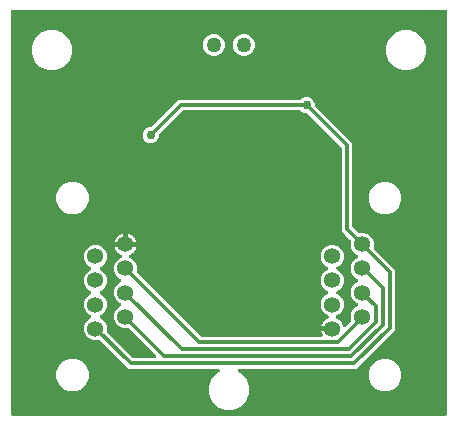
<source format=gbr>
G04 EAGLE Gerber RS-274X export*
G75*
%MOMM*%
%FSLAX34Y34*%
%LPD*%
%INBottom Copper*%
%IPPOS*%
%AMOC8*
5,1,8,0,0,1.08239X$1,22.5*%
G01*
%ADD10C,1.270000*%
%ADD11C,1.358000*%
%ADD12C,0.756400*%
%ADD13C,0.304800*%

G36*
X370502Y-46996D02*
X370502Y-46996D01*
X370528Y-46998D01*
X370675Y-46976D01*
X370822Y-46959D01*
X370847Y-46951D01*
X370873Y-46947D01*
X371011Y-46892D01*
X371150Y-46842D01*
X371172Y-46828D01*
X371197Y-46818D01*
X371318Y-46733D01*
X371443Y-46653D01*
X371461Y-46634D01*
X371483Y-46619D01*
X371582Y-46509D01*
X371685Y-46402D01*
X371699Y-46380D01*
X371716Y-46360D01*
X371788Y-46230D01*
X371864Y-46103D01*
X371872Y-46078D01*
X371885Y-46055D01*
X371925Y-45912D01*
X371970Y-45771D01*
X371972Y-45745D01*
X371980Y-45720D01*
X371999Y-45476D01*
X371999Y295476D01*
X371996Y295502D01*
X371998Y295528D01*
X371976Y295675D01*
X371959Y295822D01*
X371951Y295847D01*
X371947Y295873D01*
X371892Y296011D01*
X371842Y296150D01*
X371828Y296172D01*
X371818Y296197D01*
X371733Y296318D01*
X371653Y296443D01*
X371634Y296461D01*
X371619Y296483D01*
X371509Y296582D01*
X371402Y296685D01*
X371380Y296699D01*
X371360Y296716D01*
X371230Y296788D01*
X371103Y296864D01*
X371078Y296872D01*
X371055Y296885D01*
X370912Y296925D01*
X370771Y296970D01*
X370745Y296972D01*
X370720Y296980D01*
X370476Y296999D01*
X4524Y296999D01*
X4498Y296996D01*
X4472Y296998D01*
X4325Y296976D01*
X4178Y296959D01*
X4153Y296951D01*
X4127Y296947D01*
X3989Y296892D01*
X3850Y296842D01*
X3828Y296828D01*
X3803Y296818D01*
X3682Y296733D01*
X3557Y296653D01*
X3539Y296634D01*
X3517Y296619D01*
X3418Y296509D01*
X3315Y296402D01*
X3301Y296380D01*
X3284Y296360D01*
X3212Y296230D01*
X3136Y296103D01*
X3128Y296078D01*
X3115Y296055D01*
X3075Y295912D01*
X3030Y295771D01*
X3028Y295745D01*
X3020Y295720D01*
X3001Y295476D01*
X3001Y-45476D01*
X3004Y-45502D01*
X3002Y-45528D01*
X3024Y-45675D01*
X3041Y-45822D01*
X3049Y-45847D01*
X3053Y-45873D01*
X3108Y-46011D01*
X3158Y-46150D01*
X3172Y-46172D01*
X3182Y-46197D01*
X3267Y-46318D01*
X3347Y-46443D01*
X3366Y-46461D01*
X3381Y-46483D01*
X3491Y-46582D01*
X3598Y-46685D01*
X3620Y-46699D01*
X3640Y-46716D01*
X3770Y-46788D01*
X3897Y-46864D01*
X3922Y-46872D01*
X3945Y-46885D01*
X4088Y-46925D01*
X4229Y-46970D01*
X4255Y-46972D01*
X4280Y-46980D01*
X4524Y-46999D01*
X370476Y-46999D01*
X370502Y-46996D01*
G37*
%LPC*%
G36*
X184118Y-42001D02*
X184118Y-42001D01*
X177870Y-39413D01*
X173087Y-34630D01*
X170499Y-28382D01*
X170499Y-21618D01*
X173087Y-15370D01*
X177870Y-10587D01*
X179014Y-10113D01*
X179058Y-10089D01*
X179106Y-10072D01*
X179210Y-10005D01*
X179319Y-9944D01*
X179356Y-9910D01*
X179399Y-9883D01*
X179485Y-9794D01*
X179577Y-9710D01*
X179606Y-9669D01*
X179641Y-9632D01*
X179705Y-9525D01*
X179775Y-9423D01*
X179794Y-9376D01*
X179820Y-9333D01*
X179857Y-9215D01*
X179903Y-9099D01*
X179910Y-9049D01*
X179926Y-9001D01*
X179936Y-8878D01*
X179954Y-8754D01*
X179950Y-8704D01*
X179954Y-8654D01*
X179935Y-8531D01*
X179925Y-8407D01*
X179910Y-8359D01*
X179902Y-8309D01*
X179856Y-8194D01*
X179818Y-8075D01*
X179792Y-8032D01*
X179773Y-7985D01*
X179702Y-7883D01*
X179638Y-7777D01*
X179603Y-7741D01*
X179574Y-7699D01*
X179482Y-7616D01*
X179395Y-7527D01*
X179353Y-7499D01*
X179316Y-7466D01*
X179207Y-7406D01*
X179102Y-7338D01*
X179055Y-7322D01*
X179011Y-7297D01*
X178891Y-7263D01*
X178774Y-7222D01*
X178724Y-7216D01*
X178675Y-7202D01*
X178431Y-7183D01*
X102733Y-7183D01*
X78677Y16874D01*
X78617Y16921D01*
X78564Y16976D01*
X78481Y17029D01*
X78404Y17090D01*
X78335Y17123D01*
X78271Y17164D01*
X78178Y17197D01*
X78089Y17239D01*
X78014Y17255D01*
X77942Y17281D01*
X77844Y17292D01*
X77748Y17312D01*
X77672Y17311D01*
X77596Y17320D01*
X77498Y17308D01*
X77400Y17306D01*
X77326Y17288D01*
X77250Y17279D01*
X77108Y17233D01*
X77062Y17221D01*
X77045Y17213D01*
X77017Y17204D01*
X76548Y17009D01*
X72652Y17009D01*
X69054Y18500D01*
X66300Y21254D01*
X64809Y24852D01*
X64809Y28748D01*
X66300Y32346D01*
X69054Y35100D01*
X70243Y35593D01*
X70331Y35642D01*
X70423Y35682D01*
X70483Y35726D01*
X70548Y35762D01*
X70622Y35830D01*
X70703Y35889D01*
X70751Y35946D01*
X70806Y35996D01*
X70863Y36079D01*
X70928Y36155D01*
X70962Y36222D01*
X71004Y36283D01*
X71041Y36376D01*
X71087Y36466D01*
X71105Y36538D01*
X71132Y36607D01*
X71146Y36706D01*
X71171Y36804D01*
X71172Y36878D01*
X71183Y36952D01*
X71174Y37052D01*
X71176Y37152D01*
X71160Y37225D01*
X71154Y37299D01*
X71123Y37395D01*
X71101Y37493D01*
X71069Y37560D01*
X71047Y37631D01*
X70995Y37717D01*
X70952Y37808D01*
X70905Y37866D01*
X70867Y37929D01*
X70797Y38001D01*
X70734Y38080D01*
X70676Y38126D01*
X70624Y38179D01*
X70540Y38234D01*
X70461Y38296D01*
X70371Y38342D01*
X70331Y38368D01*
X70297Y38380D01*
X70243Y38407D01*
X69054Y38900D01*
X66300Y41654D01*
X64809Y45252D01*
X64809Y49148D01*
X66300Y52746D01*
X69054Y55500D01*
X70243Y55993D01*
X70331Y56042D01*
X70423Y56082D01*
X70483Y56126D01*
X70548Y56162D01*
X70622Y56230D01*
X70703Y56289D01*
X70751Y56346D01*
X70806Y56396D01*
X70863Y56479D01*
X70928Y56555D01*
X70962Y56622D01*
X71004Y56683D01*
X71041Y56776D01*
X71087Y56866D01*
X71105Y56938D01*
X71132Y57007D01*
X71146Y57106D01*
X71171Y57204D01*
X71172Y57278D01*
X71183Y57352D01*
X71174Y57452D01*
X71176Y57552D01*
X71160Y57625D01*
X71154Y57699D01*
X71123Y57795D01*
X71101Y57893D01*
X71069Y57960D01*
X71047Y58031D01*
X70995Y58117D01*
X70952Y58208D01*
X70905Y58266D01*
X70867Y58329D01*
X70797Y58401D01*
X70734Y58480D01*
X70676Y58526D01*
X70624Y58579D01*
X70540Y58634D01*
X70461Y58696D01*
X70371Y58742D01*
X70331Y58768D01*
X70297Y58780D01*
X70243Y58807D01*
X69054Y59300D01*
X66300Y62054D01*
X64809Y65652D01*
X64809Y69548D01*
X66300Y73146D01*
X69054Y75900D01*
X70243Y76393D01*
X70331Y76442D01*
X70423Y76482D01*
X70483Y76526D01*
X70548Y76562D01*
X70622Y76630D01*
X70703Y76689D01*
X70751Y76746D01*
X70806Y76796D01*
X70863Y76879D01*
X70928Y76955D01*
X70962Y77022D01*
X71004Y77083D01*
X71041Y77176D01*
X71087Y77266D01*
X71105Y77338D01*
X71132Y77407D01*
X71146Y77506D01*
X71171Y77604D01*
X71172Y77678D01*
X71183Y77752D01*
X71174Y77852D01*
X71176Y77952D01*
X71160Y78025D01*
X71154Y78099D01*
X71123Y78195D01*
X71101Y78293D01*
X71069Y78360D01*
X71047Y78431D01*
X70995Y78517D01*
X70952Y78608D01*
X70905Y78666D01*
X70867Y78729D01*
X70797Y78801D01*
X70734Y78880D01*
X70676Y78926D01*
X70624Y78979D01*
X70540Y79034D01*
X70461Y79096D01*
X70371Y79142D01*
X70331Y79168D01*
X70297Y79180D01*
X70243Y79207D01*
X69054Y79700D01*
X66300Y82454D01*
X64809Y86052D01*
X64809Y89948D01*
X66300Y93546D01*
X69054Y96300D01*
X72652Y97791D01*
X76548Y97791D01*
X80146Y96300D01*
X82900Y93546D01*
X84391Y89948D01*
X84391Y86052D01*
X82900Y82454D01*
X80146Y79700D01*
X78957Y79207D01*
X78869Y79159D01*
X78777Y79119D01*
X78717Y79074D01*
X78652Y79038D01*
X78578Y78971D01*
X78497Y78911D01*
X78449Y78854D01*
X78394Y78804D01*
X78337Y78721D01*
X78272Y78645D01*
X78238Y78578D01*
X78196Y78517D01*
X78159Y78424D01*
X78113Y78334D01*
X78096Y78262D01*
X78068Y78193D01*
X78054Y78094D01*
X78029Y77996D01*
X78028Y77922D01*
X78017Y77848D01*
X78026Y77748D01*
X78024Y77648D01*
X78040Y77575D01*
X78046Y77501D01*
X78077Y77405D01*
X78099Y77307D01*
X78131Y77240D01*
X78153Y77169D01*
X78205Y77083D01*
X78248Y76992D01*
X78295Y76934D01*
X78333Y76871D01*
X78403Y76799D01*
X78466Y76720D01*
X78524Y76674D01*
X78576Y76621D01*
X78660Y76566D01*
X78739Y76504D01*
X78829Y76458D01*
X78869Y76432D01*
X78903Y76420D01*
X78957Y76393D01*
X80146Y75900D01*
X82900Y73146D01*
X84391Y69548D01*
X84391Y65652D01*
X82900Y62054D01*
X80146Y59300D01*
X78957Y58807D01*
X78869Y58759D01*
X78777Y58719D01*
X78717Y58674D01*
X78652Y58638D01*
X78578Y58571D01*
X78497Y58511D01*
X78449Y58454D01*
X78394Y58404D01*
X78337Y58321D01*
X78272Y58245D01*
X78238Y58178D01*
X78196Y58117D01*
X78159Y58024D01*
X78113Y57934D01*
X78096Y57862D01*
X78068Y57793D01*
X78054Y57694D01*
X78029Y57596D01*
X78028Y57522D01*
X78017Y57448D01*
X78026Y57348D01*
X78024Y57248D01*
X78040Y57175D01*
X78046Y57101D01*
X78077Y57005D01*
X78099Y56907D01*
X78131Y56840D01*
X78153Y56769D01*
X78205Y56683D01*
X78248Y56592D01*
X78295Y56534D01*
X78333Y56471D01*
X78403Y56399D01*
X78466Y56320D01*
X78524Y56274D01*
X78576Y56221D01*
X78660Y56166D01*
X78739Y56104D01*
X78829Y56058D01*
X78869Y56032D01*
X78903Y56020D01*
X78957Y55993D01*
X80146Y55500D01*
X82900Y52746D01*
X84391Y49148D01*
X84391Y45252D01*
X82900Y41654D01*
X80146Y38900D01*
X78957Y38407D01*
X78869Y38359D01*
X78777Y38319D01*
X78717Y38274D01*
X78652Y38238D01*
X78578Y38171D01*
X78497Y38111D01*
X78449Y38054D01*
X78394Y38004D01*
X78337Y37921D01*
X78272Y37845D01*
X78238Y37778D01*
X78196Y37717D01*
X78159Y37624D01*
X78113Y37534D01*
X78096Y37462D01*
X78068Y37393D01*
X78054Y37294D01*
X78029Y37196D01*
X78028Y37122D01*
X78017Y37048D01*
X78026Y36948D01*
X78024Y36848D01*
X78040Y36775D01*
X78046Y36701D01*
X78077Y36605D01*
X78099Y36507D01*
X78131Y36440D01*
X78153Y36369D01*
X78205Y36283D01*
X78248Y36192D01*
X78295Y36134D01*
X78333Y36071D01*
X78403Y35999D01*
X78466Y35920D01*
X78524Y35874D01*
X78576Y35821D01*
X78660Y35766D01*
X78739Y35704D01*
X78829Y35658D01*
X78869Y35632D01*
X78903Y35620D01*
X78957Y35593D01*
X80146Y35100D01*
X82900Y32346D01*
X84391Y28748D01*
X84391Y24589D01*
X84394Y24565D01*
X84392Y24541D01*
X84406Y24445D01*
X84412Y24337D01*
X84425Y24290D01*
X84431Y24242D01*
X84441Y24214D01*
X84443Y24197D01*
X84475Y24116D01*
X84508Y24002D01*
X84532Y23960D01*
X84548Y23914D01*
X84567Y23885D01*
X84572Y23873D01*
X84613Y23814D01*
X84617Y23808D01*
X84678Y23698D01*
X84718Y23652D01*
X84737Y23622D01*
X84766Y23593D01*
X84771Y23587D01*
X84780Y23579D01*
X84837Y23512D01*
X106036Y2313D01*
X106135Y2234D01*
X106229Y2150D01*
X106271Y2126D01*
X106309Y2096D01*
X106423Y2042D01*
X106534Y1981D01*
X106580Y1968D01*
X106624Y1947D01*
X106747Y1921D01*
X106869Y1886D01*
X106930Y1881D01*
X106965Y1874D01*
X107013Y1875D01*
X107113Y1867D01*
X124404Y1867D01*
X124504Y1878D01*
X124604Y1880D01*
X124676Y1898D01*
X124750Y1906D01*
X124845Y1940D01*
X124942Y1965D01*
X125008Y1999D01*
X125078Y2024D01*
X125163Y2078D01*
X125252Y2124D01*
X125308Y2173D01*
X125371Y2213D01*
X125441Y2285D01*
X125517Y2350D01*
X125561Y2410D01*
X125613Y2464D01*
X125665Y2550D01*
X125724Y2631D01*
X125754Y2699D01*
X125792Y2763D01*
X125823Y2858D01*
X125862Y2951D01*
X125876Y3024D01*
X125898Y3095D01*
X125906Y3195D01*
X125924Y3294D01*
X125920Y3368D01*
X125926Y3442D01*
X125911Y3541D01*
X125906Y3642D01*
X125886Y3713D01*
X125874Y3787D01*
X125837Y3880D01*
X125810Y3977D01*
X125773Y4041D01*
X125746Y4111D01*
X125688Y4193D01*
X125639Y4281D01*
X125574Y4357D01*
X125547Y4397D01*
X125520Y4421D01*
X125481Y4467D01*
X103185Y26763D01*
X103086Y26842D01*
X102992Y26926D01*
X102950Y26950D01*
X102912Y26980D01*
X102798Y27034D01*
X102687Y27095D01*
X102640Y27108D01*
X102597Y27129D01*
X102473Y27155D01*
X102351Y27190D01*
X102291Y27195D01*
X102256Y27202D01*
X102208Y27201D01*
X102108Y27209D01*
X98052Y27209D01*
X94454Y28700D01*
X91700Y31454D01*
X90209Y35052D01*
X90209Y38948D01*
X91700Y42546D01*
X94454Y45300D01*
X95643Y45793D01*
X95731Y45842D01*
X95823Y45882D01*
X95883Y45926D01*
X95948Y45962D01*
X96022Y46030D01*
X96103Y46089D01*
X96151Y46146D01*
X96206Y46196D01*
X96263Y46279D01*
X96328Y46355D01*
X96362Y46422D01*
X96404Y46483D01*
X96441Y46576D01*
X96487Y46666D01*
X96505Y46738D01*
X96532Y46807D01*
X96546Y46906D01*
X96571Y47004D01*
X96572Y47078D01*
X96583Y47152D01*
X96574Y47252D01*
X96576Y47352D01*
X96560Y47425D01*
X96554Y47499D01*
X96523Y47595D01*
X96501Y47693D01*
X96469Y47760D01*
X96447Y47831D01*
X96395Y47917D01*
X96352Y48008D01*
X96305Y48066D01*
X96267Y48129D01*
X96197Y48201D01*
X96134Y48280D01*
X96076Y48326D01*
X96024Y48379D01*
X95940Y48434D01*
X95861Y48496D01*
X95771Y48542D01*
X95731Y48568D01*
X95697Y48580D01*
X95643Y48607D01*
X94454Y49100D01*
X91700Y51854D01*
X90209Y55452D01*
X90209Y59348D01*
X91700Y62946D01*
X94454Y65700D01*
X95643Y66193D01*
X95731Y66242D01*
X95823Y66282D01*
X95883Y66326D01*
X95948Y66362D01*
X96022Y66430D01*
X96103Y66489D01*
X96151Y66546D01*
X96206Y66596D01*
X96263Y66679D01*
X96328Y66755D01*
X96362Y66822D01*
X96404Y66883D01*
X96441Y66976D01*
X96487Y67066D01*
X96505Y67138D01*
X96532Y67207D01*
X96546Y67306D01*
X96571Y67404D01*
X96572Y67478D01*
X96583Y67552D01*
X96574Y67652D01*
X96576Y67752D01*
X96560Y67825D01*
X96554Y67899D01*
X96523Y67995D01*
X96501Y68093D01*
X96469Y68160D01*
X96447Y68231D01*
X96395Y68317D01*
X96352Y68408D01*
X96305Y68466D01*
X96267Y68529D01*
X96197Y68601D01*
X96134Y68680D01*
X96076Y68726D01*
X96024Y68779D01*
X95940Y68834D01*
X95861Y68896D01*
X95771Y68942D01*
X95731Y68968D01*
X95697Y68980D01*
X95643Y69007D01*
X94454Y69500D01*
X91700Y72254D01*
X90209Y75852D01*
X90209Y79748D01*
X91700Y83346D01*
X94454Y86100D01*
X96222Y86833D01*
X96258Y86852D01*
X96297Y86866D01*
X96410Y86937D01*
X96527Y87002D01*
X96557Y87029D01*
X96592Y87051D01*
X96686Y87146D01*
X96785Y87236D01*
X96808Y87270D01*
X96837Y87299D01*
X96907Y87413D01*
X96983Y87523D01*
X96998Y87561D01*
X97020Y87595D01*
X97062Y87723D01*
X97111Y87847D01*
X97117Y87887D01*
X97130Y87926D01*
X97143Y88059D01*
X97162Y88192D01*
X97159Y88232D01*
X97162Y88273D01*
X97144Y88406D01*
X97133Y88539D01*
X97121Y88578D01*
X97115Y88618D01*
X97067Y88743D01*
X97026Y88871D01*
X97005Y88906D01*
X96991Y88944D01*
X96915Y89055D01*
X96846Y89169D01*
X96818Y89199D01*
X96795Y89232D01*
X96697Y89323D01*
X96604Y89419D01*
X96569Y89441D01*
X96539Y89469D01*
X96331Y89597D01*
X95110Y90220D01*
X93921Y91083D01*
X92883Y92121D01*
X92020Y93310D01*
X91353Y94618D01*
X90899Y96015D01*
X90889Y96076D01*
X99399Y96076D01*
X99425Y96079D01*
X99451Y96077D01*
X99598Y96099D01*
X99745Y96116D01*
X99770Y96124D01*
X99796Y96128D01*
X99933Y96183D01*
X99994Y96205D01*
X99999Y96203D01*
X100022Y96190D01*
X100165Y96150D01*
X100306Y96105D01*
X100332Y96102D01*
X100357Y96095D01*
X100601Y96076D01*
X109111Y96076D01*
X109101Y96015D01*
X108647Y94618D01*
X107980Y93310D01*
X107117Y92121D01*
X106079Y91083D01*
X104890Y90220D01*
X103669Y89597D01*
X103635Y89575D01*
X103598Y89559D01*
X103490Y89479D01*
X103378Y89405D01*
X103351Y89375D01*
X103318Y89351D01*
X103231Y89248D01*
X103140Y89151D01*
X103119Y89116D01*
X103093Y89085D01*
X103032Y88965D01*
X102964Y88850D01*
X102953Y88811D01*
X102934Y88774D01*
X102902Y88644D01*
X102862Y88516D01*
X102860Y88476D01*
X102850Y88436D01*
X102848Y88302D01*
X102839Y88169D01*
X102845Y88128D01*
X102845Y88088D01*
X102873Y87957D01*
X102895Y87825D01*
X102910Y87787D01*
X102919Y87747D01*
X102977Y87626D01*
X103028Y87502D01*
X103051Y87469D01*
X103069Y87432D01*
X103152Y87328D01*
X103230Y87219D01*
X103261Y87192D01*
X103286Y87160D01*
X103391Y87077D01*
X103492Y86989D01*
X103528Y86969D01*
X103560Y86944D01*
X103778Y86833D01*
X105546Y86100D01*
X108300Y83346D01*
X109791Y79748D01*
X109791Y75852D01*
X109757Y75772D01*
X109736Y75698D01*
X109706Y75628D01*
X109689Y75531D01*
X109662Y75436D01*
X109658Y75360D01*
X109644Y75285D01*
X109649Y75187D01*
X109645Y75088D01*
X109658Y75013D01*
X109662Y74937D01*
X109689Y74842D01*
X109707Y74746D01*
X109738Y74675D01*
X109759Y74602D01*
X109807Y74516D01*
X109846Y74426D01*
X109892Y74365D01*
X109929Y74298D01*
X110026Y74184D01*
X110054Y74146D01*
X110069Y74134D01*
X110087Y74112D01*
X163742Y20457D01*
X163841Y20378D01*
X163935Y20294D01*
X163977Y20270D01*
X164015Y20240D01*
X164129Y20186D01*
X164240Y20125D01*
X164287Y20112D01*
X164330Y20091D01*
X164454Y20065D01*
X164575Y20030D01*
X164636Y20025D01*
X164671Y20018D01*
X164719Y20019D01*
X164819Y20011D01*
X265501Y20011D01*
X265537Y20015D01*
X265573Y20012D01*
X265710Y20035D01*
X265848Y20051D01*
X265881Y20063D01*
X265917Y20068D01*
X266045Y20121D01*
X266176Y20168D01*
X266206Y20188D01*
X266239Y20201D01*
X266352Y20282D01*
X266469Y20357D01*
X266494Y20383D01*
X266523Y20404D01*
X266614Y20508D01*
X266711Y20608D01*
X266729Y20639D01*
X266753Y20665D01*
X266819Y20788D01*
X266890Y20907D01*
X266901Y20941D01*
X266918Y20973D01*
X266954Y21107D01*
X266996Y21239D01*
X266999Y21275D01*
X267008Y21309D01*
X267013Y21448D01*
X267024Y21586D01*
X267019Y21622D01*
X267020Y21658D01*
X266993Y21794D01*
X266972Y21931D01*
X266959Y21964D01*
X266952Y21999D01*
X266859Y22226D01*
X266353Y23218D01*
X265899Y24615D01*
X265889Y24676D01*
X274399Y24676D01*
X274425Y24679D01*
X274451Y24677D01*
X274598Y24699D01*
X274745Y24716D01*
X274770Y24724D01*
X274796Y24728D01*
X274933Y24783D01*
X275073Y24833D01*
X275095Y24847D01*
X275120Y24857D01*
X275241Y24942D01*
X275366Y25022D01*
X275384Y25041D01*
X275406Y25056D01*
X275505Y25166D01*
X275608Y25273D01*
X275622Y25295D01*
X275639Y25315D01*
X275711Y25445D01*
X275787Y25572D01*
X275795Y25597D01*
X275808Y25620D01*
X275848Y25763D01*
X275893Y25904D01*
X275895Y25930D01*
X275902Y25955D01*
X275922Y26199D01*
X275922Y27401D01*
X275919Y27427D01*
X275921Y27453D01*
X275899Y27600D01*
X275882Y27747D01*
X275873Y27772D01*
X275869Y27798D01*
X275815Y27935D01*
X275765Y28075D01*
X275750Y28097D01*
X275741Y28122D01*
X275656Y28243D01*
X275576Y28368D01*
X275557Y28386D01*
X275542Y28408D01*
X275432Y28507D01*
X275325Y28610D01*
X275302Y28624D01*
X275283Y28641D01*
X275153Y28713D01*
X275026Y28789D01*
X275001Y28797D01*
X274978Y28810D01*
X274835Y28850D01*
X274694Y28895D01*
X274668Y28897D01*
X274643Y28905D01*
X274399Y28924D01*
X265889Y28924D01*
X265899Y28985D01*
X266353Y30382D01*
X267020Y31690D01*
X267883Y32879D01*
X268921Y33917D01*
X270110Y34780D01*
X271331Y35403D01*
X271365Y35425D01*
X271402Y35441D01*
X271510Y35522D01*
X271622Y35595D01*
X271649Y35625D01*
X271682Y35649D01*
X271769Y35752D01*
X271861Y35849D01*
X271881Y35884D01*
X271907Y35915D01*
X271968Y36035D01*
X272036Y36150D01*
X272048Y36189D01*
X272066Y36226D01*
X272098Y36355D01*
X272138Y36484D01*
X272140Y36524D01*
X272150Y36564D01*
X272152Y36698D01*
X272161Y36831D01*
X272155Y36871D01*
X272155Y36912D01*
X272127Y37044D01*
X272105Y37175D01*
X272090Y37213D01*
X272081Y37253D01*
X272023Y37374D01*
X271972Y37498D01*
X271949Y37531D01*
X271931Y37568D01*
X271848Y37672D01*
X271770Y37781D01*
X271739Y37808D01*
X271714Y37840D01*
X271609Y37923D01*
X271508Y38011D01*
X271472Y38031D01*
X271440Y38056D01*
X271223Y38167D01*
X269454Y38900D01*
X266700Y41654D01*
X265209Y45252D01*
X265209Y49148D01*
X266700Y52746D01*
X269454Y55500D01*
X270643Y55993D01*
X270731Y56041D01*
X270823Y56081D01*
X270883Y56126D01*
X270948Y56162D01*
X271022Y56229D01*
X271103Y56289D01*
X271151Y56346D01*
X271206Y56396D01*
X271263Y56479D01*
X271328Y56555D01*
X271362Y56622D01*
X271404Y56683D01*
X271441Y56776D01*
X271487Y56866D01*
X271504Y56938D01*
X271532Y57007D01*
X271546Y57106D01*
X271571Y57204D01*
X271572Y57278D01*
X271583Y57352D01*
X271574Y57452D01*
X271576Y57552D01*
X271560Y57625D01*
X271554Y57699D01*
X271523Y57795D01*
X271501Y57893D01*
X271469Y57960D01*
X271447Y58031D01*
X271395Y58117D01*
X271352Y58208D01*
X271305Y58266D01*
X271267Y58329D01*
X271197Y58401D01*
X271134Y58480D01*
X271076Y58526D01*
X271024Y58579D01*
X270940Y58634D01*
X270861Y58696D01*
X270771Y58742D01*
X270731Y58768D01*
X270697Y58780D01*
X270643Y58807D01*
X269454Y59300D01*
X266700Y62054D01*
X265209Y65652D01*
X265209Y69548D01*
X266700Y73146D01*
X269454Y75900D01*
X270643Y76393D01*
X270731Y76441D01*
X270823Y76481D01*
X270883Y76526D01*
X270948Y76562D01*
X271022Y76629D01*
X271103Y76689D01*
X271151Y76746D01*
X271206Y76796D01*
X271263Y76879D01*
X271328Y76955D01*
X271362Y77022D01*
X271404Y77083D01*
X271441Y77176D01*
X271487Y77266D01*
X271504Y77338D01*
X271532Y77407D01*
X271546Y77506D01*
X271571Y77604D01*
X271572Y77678D01*
X271583Y77752D01*
X271574Y77852D01*
X271576Y77952D01*
X271560Y78025D01*
X271554Y78099D01*
X271523Y78195D01*
X271501Y78293D01*
X271469Y78360D01*
X271447Y78431D01*
X271395Y78517D01*
X271352Y78608D01*
X271305Y78666D01*
X271267Y78729D01*
X271197Y78801D01*
X271134Y78880D01*
X271076Y78926D01*
X271024Y78979D01*
X270940Y79034D01*
X270861Y79096D01*
X270771Y79142D01*
X270731Y79168D01*
X270697Y79180D01*
X270643Y79207D01*
X269454Y79700D01*
X266700Y82454D01*
X265209Y86052D01*
X265209Y89948D01*
X266700Y93546D01*
X269454Y96300D01*
X273052Y97791D01*
X276948Y97791D01*
X280546Y96300D01*
X283300Y93546D01*
X284791Y89948D01*
X284791Y86052D01*
X283300Y82454D01*
X280546Y79700D01*
X279357Y79207D01*
X279269Y79158D01*
X279177Y79118D01*
X279117Y79074D01*
X279052Y79038D01*
X278978Y78970D01*
X278897Y78911D01*
X278849Y78854D01*
X278794Y78804D01*
X278737Y78721D01*
X278672Y78645D01*
X278638Y78578D01*
X278596Y78517D01*
X278559Y78424D01*
X278513Y78334D01*
X278495Y78262D01*
X278468Y78193D01*
X278454Y78094D01*
X278429Y77996D01*
X278428Y77922D01*
X278417Y77848D01*
X278426Y77748D01*
X278424Y77648D01*
X278440Y77575D01*
X278446Y77501D01*
X278477Y77405D01*
X278499Y77307D01*
X278531Y77240D01*
X278553Y77169D01*
X278605Y77083D01*
X278648Y76992D01*
X278695Y76934D01*
X278733Y76871D01*
X278803Y76799D01*
X278866Y76720D01*
X278924Y76674D01*
X278976Y76621D01*
X279060Y76566D01*
X279139Y76504D01*
X279229Y76458D01*
X279269Y76432D01*
X279303Y76420D01*
X279357Y76393D01*
X280546Y75900D01*
X283300Y73146D01*
X284791Y69548D01*
X284791Y65652D01*
X283300Y62054D01*
X280546Y59300D01*
X279357Y58807D01*
X279269Y58758D01*
X279177Y58718D01*
X279117Y58674D01*
X279052Y58638D01*
X278978Y58570D01*
X278897Y58511D01*
X278849Y58454D01*
X278794Y58404D01*
X278737Y58321D01*
X278672Y58245D01*
X278638Y58178D01*
X278596Y58117D01*
X278559Y58024D01*
X278513Y57934D01*
X278495Y57862D01*
X278468Y57793D01*
X278454Y57694D01*
X278429Y57596D01*
X278428Y57522D01*
X278417Y57448D01*
X278426Y57348D01*
X278424Y57248D01*
X278440Y57175D01*
X278446Y57101D01*
X278477Y57005D01*
X278499Y56907D01*
X278531Y56840D01*
X278553Y56769D01*
X278605Y56683D01*
X278648Y56592D01*
X278695Y56534D01*
X278733Y56471D01*
X278803Y56399D01*
X278866Y56320D01*
X278924Y56274D01*
X278976Y56221D01*
X279060Y56166D01*
X279139Y56104D01*
X279229Y56058D01*
X279269Y56032D01*
X279303Y56020D01*
X279357Y55993D01*
X280546Y55500D01*
X283300Y52746D01*
X284791Y49148D01*
X284791Y45252D01*
X283300Y41654D01*
X280546Y38900D01*
X278777Y38167D01*
X278747Y38150D01*
X278733Y38145D01*
X278730Y38144D01*
X278703Y38134D01*
X278590Y38063D01*
X278473Y37998D01*
X278443Y37971D01*
X278408Y37949D01*
X278314Y37854D01*
X278215Y37764D01*
X278192Y37730D01*
X278163Y37701D01*
X278093Y37587D01*
X278017Y37477D01*
X278002Y37439D01*
X277980Y37405D01*
X277938Y37278D01*
X277889Y37153D01*
X277883Y37113D01*
X277870Y37074D01*
X277857Y36941D01*
X277838Y36808D01*
X277841Y36768D01*
X277837Y36727D01*
X277856Y36594D01*
X277867Y36461D01*
X277879Y36422D01*
X277885Y36382D01*
X277933Y36257D01*
X277974Y36129D01*
X277995Y36094D01*
X278009Y36056D01*
X278084Y35945D01*
X278154Y35831D01*
X278182Y35801D01*
X278205Y35768D01*
X278303Y35677D01*
X278396Y35581D01*
X278431Y35559D01*
X278461Y35531D01*
X278669Y35403D01*
X279890Y34780D01*
X281079Y33917D01*
X282117Y32879D01*
X282980Y31690D01*
X283647Y30382D01*
X283991Y29322D01*
X284006Y29289D01*
X284015Y29255D01*
X284079Y29131D01*
X284136Y29005D01*
X284158Y28977D01*
X284175Y28945D01*
X284265Y28839D01*
X284349Y28729D01*
X284377Y28707D01*
X284401Y28679D01*
X284512Y28597D01*
X284620Y28509D01*
X284652Y28494D01*
X284681Y28472D01*
X284808Y28417D01*
X284933Y28356D01*
X284968Y28348D01*
X285001Y28334D01*
X285138Y28310D01*
X285273Y28279D01*
X285308Y28279D01*
X285344Y28273D01*
X285482Y28280D01*
X285621Y28280D01*
X285656Y28289D01*
X285692Y28290D01*
X285825Y28329D01*
X285960Y28361D01*
X285992Y28377D01*
X286027Y28387D01*
X286148Y28455D01*
X286272Y28517D01*
X286300Y28540D01*
X286331Y28557D01*
X286517Y28716D01*
X290547Y32745D01*
X290595Y32805D01*
X290649Y32859D01*
X290703Y32941D01*
X290764Y33018D01*
X290796Y33087D01*
X290838Y33152D01*
X290871Y33245D01*
X290913Y33334D01*
X290929Y33408D01*
X290954Y33480D01*
X290965Y33578D01*
X290986Y33674D01*
X290985Y33751D01*
X290993Y33827D01*
X290982Y33925D01*
X290980Y34023D01*
X290961Y34097D01*
X290952Y34173D01*
X290907Y34315D01*
X290895Y34361D01*
X290886Y34378D01*
X290877Y34406D01*
X290609Y35053D01*
X290609Y38948D01*
X292100Y42546D01*
X294854Y45300D01*
X296043Y45793D01*
X296131Y45841D01*
X296223Y45881D01*
X296283Y45926D01*
X296348Y45962D01*
X296422Y46029D01*
X296503Y46089D01*
X296551Y46146D01*
X296606Y46196D01*
X296663Y46279D01*
X296728Y46355D01*
X296762Y46422D01*
X296804Y46483D01*
X296841Y46576D01*
X296887Y46666D01*
X296904Y46738D01*
X296932Y46807D01*
X296946Y46906D01*
X296971Y47004D01*
X296972Y47078D01*
X296983Y47152D01*
X296974Y47252D01*
X296976Y47352D01*
X296960Y47425D01*
X296954Y47499D01*
X296923Y47595D01*
X296901Y47693D01*
X296869Y47760D01*
X296847Y47831D01*
X296795Y47917D01*
X296752Y48008D01*
X296705Y48066D01*
X296667Y48129D01*
X296597Y48201D01*
X296534Y48280D01*
X296476Y48326D01*
X296424Y48379D01*
X296340Y48434D01*
X296261Y48496D01*
X296171Y48542D01*
X296131Y48568D01*
X296097Y48580D01*
X296043Y48607D01*
X294854Y49100D01*
X292100Y51854D01*
X290609Y55452D01*
X290609Y59348D01*
X292100Y62946D01*
X294854Y65700D01*
X296043Y66193D01*
X296131Y66241D01*
X296223Y66281D01*
X296283Y66326D01*
X296348Y66362D01*
X296422Y66429D01*
X296503Y66489D01*
X296551Y66546D01*
X296606Y66596D01*
X296663Y66679D01*
X296728Y66755D01*
X296762Y66822D01*
X296804Y66883D01*
X296841Y66976D01*
X296887Y67066D01*
X296904Y67138D01*
X296932Y67207D01*
X296946Y67306D01*
X296971Y67404D01*
X296972Y67478D01*
X296983Y67552D01*
X296974Y67652D01*
X296976Y67752D01*
X296960Y67825D01*
X296954Y67899D01*
X296923Y67995D01*
X296901Y68093D01*
X296869Y68160D01*
X296847Y68231D01*
X296795Y68317D01*
X296752Y68408D01*
X296705Y68466D01*
X296667Y68529D01*
X296597Y68601D01*
X296534Y68680D01*
X296476Y68726D01*
X296424Y68779D01*
X296340Y68834D01*
X296261Y68896D01*
X296171Y68942D01*
X296131Y68968D01*
X296097Y68980D01*
X296043Y69007D01*
X294854Y69500D01*
X292100Y72254D01*
X290609Y75852D01*
X290609Y79748D01*
X292100Y83346D01*
X294854Y86100D01*
X296043Y86593D01*
X296131Y86641D01*
X296223Y86681D01*
X296283Y86726D01*
X296348Y86762D01*
X296422Y86829D01*
X296503Y86889D01*
X296551Y86946D01*
X296606Y86996D01*
X296663Y87079D01*
X296728Y87155D01*
X296762Y87222D01*
X296804Y87283D01*
X296841Y87376D01*
X296887Y87466D01*
X296904Y87538D01*
X296932Y87607D01*
X296946Y87706D01*
X296971Y87804D01*
X296972Y87878D01*
X296983Y87952D01*
X296974Y88052D01*
X296976Y88152D01*
X296960Y88225D01*
X296954Y88299D01*
X296923Y88395D01*
X296901Y88493D01*
X296869Y88560D01*
X296847Y88631D01*
X296795Y88717D01*
X296752Y88808D01*
X296705Y88866D01*
X296667Y88929D01*
X296597Y89001D01*
X296534Y89080D01*
X296476Y89126D01*
X296424Y89179D01*
X296340Y89234D01*
X296261Y89296D01*
X296171Y89342D01*
X296131Y89368D01*
X296097Y89380D01*
X296043Y89407D01*
X294854Y89900D01*
X292100Y92654D01*
X290609Y96252D01*
X290609Y100147D01*
X290643Y100228D01*
X290664Y100302D01*
X290694Y100372D01*
X290711Y100469D01*
X290738Y100563D01*
X290742Y100640D01*
X290756Y100715D01*
X290751Y100813D01*
X290755Y100912D01*
X290742Y100987D01*
X290738Y101063D01*
X290711Y101158D01*
X290693Y101254D01*
X290662Y101325D01*
X290641Y101398D01*
X290593Y101484D01*
X290554Y101574D01*
X290508Y101635D01*
X290471Y101702D01*
X290374Y101816D01*
X290346Y101854D01*
X290332Y101866D01*
X290313Y101888D01*
X286072Y106129D01*
X282975Y109226D01*
X282975Y179495D01*
X282961Y179620D01*
X282954Y179747D01*
X282941Y179793D01*
X282935Y179841D01*
X282893Y179960D01*
X282858Y180081D01*
X282834Y180124D01*
X282818Y180169D01*
X282749Y180275D01*
X282688Y180386D01*
X282648Y180432D01*
X282629Y180462D01*
X282594Y180495D01*
X282529Y180572D01*
X254230Y208871D01*
X254131Y208950D01*
X254037Y209034D01*
X253995Y209058D01*
X253957Y209088D01*
X253843Y209142D01*
X253732Y209203D01*
X253685Y209216D01*
X253642Y209237D01*
X253518Y209263D01*
X253397Y209298D01*
X253336Y209303D01*
X253301Y209310D01*
X253253Y209309D01*
X253153Y209317D01*
X252051Y209317D01*
X249558Y210350D01*
X248779Y211129D01*
X248679Y211208D01*
X248586Y211292D01*
X248544Y211316D01*
X248506Y211346D01*
X248391Y211400D01*
X248281Y211461D01*
X248234Y211474D01*
X248191Y211495D01*
X248067Y211521D01*
X247945Y211556D01*
X247885Y211561D01*
X247850Y211568D01*
X247802Y211567D01*
X247702Y211575D01*
X149225Y211575D01*
X149100Y211561D01*
X148973Y211554D01*
X148927Y211541D01*
X148879Y211535D01*
X148760Y211493D01*
X148639Y211458D01*
X148596Y211434D01*
X148551Y211418D01*
X148445Y211349D01*
X148334Y211288D01*
X148288Y211248D01*
X148258Y211229D01*
X148225Y211194D01*
X148148Y211129D01*
X128549Y191530D01*
X128470Y191431D01*
X128386Y191337D01*
X128362Y191295D01*
X128332Y191257D01*
X128278Y191143D01*
X128217Y191032D01*
X128204Y190985D01*
X128183Y190942D01*
X128157Y190818D01*
X128122Y190697D01*
X128117Y190636D01*
X128110Y190601D01*
X128111Y190553D01*
X128103Y190453D01*
X128103Y189351D01*
X127070Y186858D01*
X125162Y184950D01*
X122669Y183917D01*
X119971Y183917D01*
X117478Y184950D01*
X115570Y186858D01*
X114537Y189351D01*
X114537Y192049D01*
X115570Y194542D01*
X117478Y196450D01*
X119971Y197483D01*
X121073Y197483D01*
X121198Y197497D01*
X121325Y197504D01*
X121371Y197517D01*
X121419Y197523D01*
X121538Y197565D01*
X121659Y197600D01*
X121702Y197624D01*
X121747Y197640D01*
X121853Y197709D01*
X121964Y197770D01*
X122010Y197810D01*
X122040Y197829D01*
X122073Y197864D01*
X122150Y197929D01*
X144846Y220625D01*
X247702Y220625D01*
X247827Y220639D01*
X247953Y220646D01*
X248000Y220659D01*
X248048Y220665D01*
X248167Y220707D01*
X248288Y220742D01*
X248330Y220766D01*
X248376Y220782D01*
X248482Y220851D01*
X248592Y220912D01*
X248639Y220952D01*
X248669Y220971D01*
X248702Y221006D01*
X248779Y221071D01*
X249558Y221850D01*
X252051Y222883D01*
X254749Y222883D01*
X257242Y221850D01*
X259150Y219942D01*
X260183Y217449D01*
X260183Y216347D01*
X260197Y216222D01*
X260204Y216095D01*
X260217Y216049D01*
X260223Y216001D01*
X260265Y215882D01*
X260300Y215761D01*
X260324Y215718D01*
X260340Y215673D01*
X260409Y215567D01*
X260470Y215456D01*
X260510Y215410D01*
X260529Y215380D01*
X260564Y215347D01*
X260629Y215270D01*
X292025Y183874D01*
X292025Y113605D01*
X292039Y113480D01*
X292046Y113353D01*
X292059Y113307D01*
X292065Y113259D01*
X292107Y113140D01*
X292142Y113019D01*
X292166Y112976D01*
X292182Y112931D01*
X292251Y112824D01*
X292312Y112714D01*
X292352Y112668D01*
X292371Y112638D01*
X292406Y112604D01*
X292471Y112528D01*
X296712Y108287D01*
X296771Y108240D01*
X296825Y108185D01*
X296908Y108132D01*
X296985Y108071D01*
X297054Y108038D01*
X297118Y107997D01*
X297211Y107964D01*
X297300Y107922D01*
X297374Y107906D01*
X297446Y107880D01*
X297544Y107869D01*
X297640Y107848D01*
X297717Y107850D01*
X297793Y107841D01*
X297891Y107853D01*
X297989Y107854D01*
X298063Y107873D01*
X298139Y107882D01*
X298281Y107928D01*
X298327Y107939D01*
X298344Y107948D01*
X298372Y107957D01*
X298453Y107991D01*
X302348Y107991D01*
X305946Y106500D01*
X308700Y103746D01*
X310191Y100148D01*
X310191Y96253D01*
X310157Y96172D01*
X310136Y96098D01*
X310106Y96028D01*
X310089Y95931D01*
X310062Y95837D01*
X310058Y95760D01*
X310044Y95685D01*
X310049Y95587D01*
X310045Y95488D01*
X310058Y95413D01*
X310062Y95337D01*
X310089Y95242D01*
X310107Y95146D01*
X310138Y95075D01*
X310159Y95002D01*
X310207Y94916D01*
X310246Y94826D01*
X310292Y94765D01*
X310329Y94698D01*
X310426Y94584D01*
X310454Y94546D01*
X310468Y94534D01*
X310487Y94512D01*
X328335Y76664D01*
X328335Y25429D01*
X325238Y22332D01*
X295723Y-7183D01*
X196569Y-7183D01*
X196518Y-7189D01*
X196468Y-7186D01*
X196346Y-7209D01*
X196222Y-7223D01*
X196175Y-7240D01*
X196125Y-7249D01*
X196011Y-7298D01*
X195894Y-7340D01*
X195852Y-7368D01*
X195806Y-7388D01*
X195706Y-7462D01*
X195601Y-7529D01*
X195566Y-7565D01*
X195526Y-7596D01*
X195446Y-7690D01*
X195359Y-7780D01*
X195333Y-7823D01*
X195301Y-7862D01*
X195244Y-7972D01*
X195180Y-8079D01*
X195165Y-8127D01*
X195142Y-8172D01*
X195112Y-8293D01*
X195074Y-8411D01*
X195070Y-8461D01*
X195058Y-8510D01*
X195056Y-8634D01*
X195046Y-8758D01*
X195054Y-8808D01*
X195053Y-8858D01*
X195079Y-8980D01*
X195098Y-9103D01*
X195116Y-9150D01*
X195127Y-9199D01*
X195181Y-9311D01*
X195227Y-9427D01*
X195255Y-9468D01*
X195277Y-9514D01*
X195355Y-9611D01*
X195426Y-9713D01*
X195463Y-9747D01*
X195494Y-9786D01*
X195592Y-9863D01*
X195684Y-9946D01*
X195728Y-9971D01*
X195768Y-10002D01*
X195986Y-10113D01*
X197130Y-10587D01*
X201913Y-15370D01*
X204501Y-21618D01*
X204501Y-28382D01*
X201913Y-34630D01*
X197130Y-39413D01*
X190882Y-42001D01*
X184118Y-42001D01*
G37*
%LPD*%
%LPC*%
G36*
X334118Y245499D02*
X334118Y245499D01*
X327870Y248087D01*
X323087Y252870D01*
X320499Y259118D01*
X320499Y265882D01*
X323087Y272130D01*
X327870Y276913D01*
X334118Y279501D01*
X340882Y279501D01*
X347130Y276913D01*
X351913Y272130D01*
X354501Y265882D01*
X354501Y259118D01*
X351913Y252870D01*
X347130Y248087D01*
X340882Y245499D01*
X334118Y245499D01*
G37*
%LPD*%
%LPC*%
G36*
X34118Y245499D02*
X34118Y245499D01*
X27870Y248087D01*
X23087Y252870D01*
X20499Y259118D01*
X20499Y265882D01*
X23087Y272130D01*
X27870Y276913D01*
X34118Y279501D01*
X40882Y279501D01*
X47130Y276913D01*
X51913Y272130D01*
X54501Y265882D01*
X54501Y259118D01*
X51913Y252870D01*
X47130Y248087D01*
X40882Y245499D01*
X34118Y245499D01*
G37*
%LPD*%
%LPC*%
G36*
X317065Y123749D02*
X317065Y123749D01*
X312011Y125843D01*
X308143Y129711D01*
X306049Y134765D01*
X306049Y140235D01*
X308143Y145289D01*
X312011Y149157D01*
X317065Y151251D01*
X322535Y151251D01*
X327589Y149157D01*
X331457Y145289D01*
X333551Y140235D01*
X333551Y134765D01*
X331457Y129711D01*
X327589Y125843D01*
X322535Y123749D01*
X317065Y123749D01*
G37*
%LPD*%
%LPC*%
G36*
X52465Y123749D02*
X52465Y123749D01*
X47411Y125843D01*
X43543Y129711D01*
X41449Y134765D01*
X41449Y140235D01*
X43543Y145289D01*
X47411Y149157D01*
X52465Y151251D01*
X57935Y151251D01*
X62989Y149157D01*
X66857Y145289D01*
X68951Y140235D01*
X68951Y134765D01*
X66857Y129711D01*
X62989Y125843D01*
X57935Y123749D01*
X52465Y123749D01*
G37*
%LPD*%
%LPC*%
G36*
X317065Y-26251D02*
X317065Y-26251D01*
X312011Y-24157D01*
X308143Y-20289D01*
X306049Y-15235D01*
X306049Y-9765D01*
X308143Y-4711D01*
X312011Y-843D01*
X317065Y1251D01*
X322535Y1251D01*
X327589Y-843D01*
X331457Y-4711D01*
X333551Y-9765D01*
X333551Y-15235D01*
X331457Y-20289D01*
X327589Y-24157D01*
X322535Y-26251D01*
X317065Y-26251D01*
G37*
%LPD*%
%LPC*%
G36*
X52465Y-26251D02*
X52465Y-26251D01*
X47411Y-24157D01*
X43543Y-20289D01*
X41449Y-15235D01*
X41449Y-9765D01*
X43543Y-4711D01*
X47411Y-843D01*
X52465Y1251D01*
X57935Y1251D01*
X62989Y-843D01*
X66857Y-4711D01*
X68951Y-9765D01*
X68951Y-15235D01*
X66857Y-20289D01*
X62989Y-24157D01*
X57935Y-26251D01*
X52465Y-26251D01*
G37*
%LPD*%
%LPC*%
G36*
X198340Y257549D02*
X198340Y257549D01*
X194903Y258973D01*
X192273Y261603D01*
X190849Y265040D01*
X190849Y268760D01*
X192273Y272197D01*
X194903Y274827D01*
X198340Y276251D01*
X202060Y276251D01*
X205497Y274827D01*
X208127Y272197D01*
X209551Y268760D01*
X209551Y265040D01*
X208127Y261603D01*
X205497Y258973D01*
X202060Y257549D01*
X198340Y257549D01*
G37*
%LPD*%
%LPC*%
G36*
X172940Y257549D02*
X172940Y257549D01*
X169503Y258973D01*
X166873Y261603D01*
X165449Y265040D01*
X165449Y268760D01*
X166873Y272197D01*
X169503Y274827D01*
X172940Y276251D01*
X176660Y276251D01*
X180097Y274827D01*
X182727Y272197D01*
X184151Y268760D01*
X184151Y265040D01*
X182727Y261603D01*
X180097Y258973D01*
X176660Y257549D01*
X172940Y257549D01*
G37*
%LPD*%
%LPC*%
G36*
X102124Y100324D02*
X102124Y100324D01*
X102124Y107311D01*
X102185Y107301D01*
X103582Y106847D01*
X104890Y106180D01*
X106079Y105317D01*
X107117Y104279D01*
X107980Y103090D01*
X108647Y101782D01*
X109101Y100385D01*
X109111Y100324D01*
X102124Y100324D01*
G37*
%LPD*%
%LPC*%
G36*
X90889Y100324D02*
X90889Y100324D01*
X90899Y100385D01*
X91353Y101782D01*
X92020Y103090D01*
X92883Y104279D01*
X93921Y105317D01*
X95110Y106180D01*
X96418Y106847D01*
X97815Y107301D01*
X97876Y107311D01*
X97876Y100324D01*
X90889Y100324D01*
G37*
%LPD*%
D10*
X200200Y266900D03*
X174800Y266900D03*
D11*
X275000Y26800D03*
X275000Y47200D03*
X275000Y67600D03*
X275000Y88000D03*
X300400Y37000D03*
X300400Y57400D03*
X300400Y77800D03*
X300400Y98200D03*
X100000Y98200D03*
X100000Y77800D03*
X100000Y57400D03*
X100000Y37000D03*
X74600Y88000D03*
X74600Y67600D03*
X74600Y47200D03*
X74600Y26800D03*
D12*
X121320Y190700D03*
X253400Y216100D03*
D13*
X146720Y216100D02*
X121320Y190700D01*
X146720Y216100D02*
X253400Y216100D01*
X287500Y182000D01*
X287500Y111100D02*
X300400Y98200D01*
X287500Y111100D02*
X287500Y182000D01*
X75150Y26800D02*
X74600Y26800D01*
X75150Y26800D02*
X104608Y-2658D01*
X293849Y-2658D01*
X323810Y27303D01*
X323810Y74790D01*
X300400Y98200D01*
X132957Y3390D02*
X100000Y36347D01*
X100000Y37000D01*
X291344Y3390D02*
X317762Y29808D01*
X291344Y3390D02*
X132957Y3390D01*
X317762Y29808D02*
X317762Y61268D01*
X301230Y77800D01*
X300400Y77800D01*
X300400Y57400D02*
X311714Y46086D01*
X311714Y32313D01*
X288838Y9438D01*
X147962Y9438D01*
X100000Y57400D01*
X300400Y37000D02*
X300400Y36199D01*
X279687Y15486D01*
X162314Y15486D01*
X100000Y77800D01*
M02*

</source>
